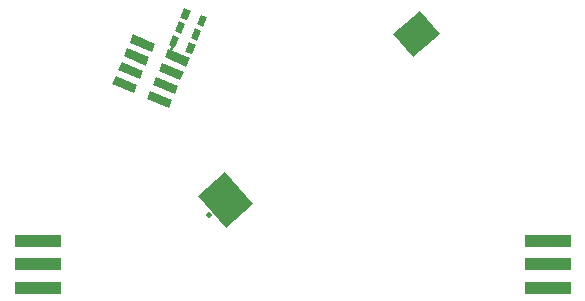
<source format=gbs>
G04 #@! TF.FileFunction,Soldermask,Bot*
%FSLAX46Y46*%
G04 Gerber Fmt 4.6, Leading zero omitted, Abs format (unit mm)*
G04 Created by KiCad (PCBNEW 4.0.0-rc2-stable) date 3/3/2016 3:06:40 PM*
%MOMM*%
G01*
G04 APERTURE LIST*
%ADD10C,0.150000*%
%ADD11R,4.000000X1.000000*%
%ADD12C,0.600000*%
%ADD13C,0.500000*%
G04 APERTURE END LIST*
D10*
D11*
X92246380Y-50192207D03*
X92246380Y-48192207D03*
X92246380Y-46192207D03*
D12*
X91246380Y-50192207D03*
X91246380Y-48192207D03*
X91246380Y-46192207D03*
D11*
X49020840Y-46192207D03*
X49020840Y-48192207D03*
X49020840Y-50192207D03*
D12*
X50020840Y-46192207D03*
X50020840Y-48192207D03*
X50020840Y-50192207D03*
D10*
G36*
X83070516Y-28686241D02*
X80808209Y-30656513D01*
X79100640Y-28695847D01*
X81362947Y-26725575D01*
X83070516Y-28686241D01*
X83070516Y-28686241D01*
G37*
G36*
X67261108Y-43117895D02*
X64998802Y-45088167D01*
X62634476Y-42373399D01*
X64896782Y-40403127D01*
X67261108Y-43117895D01*
X67261108Y-43117895D01*
G37*
D13*
X63514998Y-43993486D03*
D10*
G36*
X57129777Y-28722384D02*
X58970077Y-29505516D01*
X58672487Y-30204830D01*
X56832187Y-29421698D01*
X57129777Y-28722384D01*
X57129777Y-28722384D01*
G37*
G36*
X56632488Y-29890975D02*
X58472788Y-30674107D01*
X58175198Y-31373421D01*
X56334898Y-30590289D01*
X56632488Y-29890975D01*
X56632488Y-29890975D01*
G37*
G36*
X56135199Y-31059565D02*
X57975499Y-31842697D01*
X57677909Y-32542011D01*
X55837609Y-31758879D01*
X56135199Y-31059565D01*
X56135199Y-31059565D01*
G37*
G36*
X55637909Y-32228155D02*
X57478209Y-33011287D01*
X57180619Y-33710601D01*
X55340319Y-32927469D01*
X55637909Y-32228155D01*
X55637909Y-32228155D01*
G37*
G36*
X60074257Y-29975397D02*
X61914557Y-30758529D01*
X61616967Y-31457843D01*
X59776667Y-30674711D01*
X60074257Y-29975397D01*
X60074257Y-29975397D01*
G37*
G36*
X59576967Y-31143987D02*
X61417267Y-31927119D01*
X61119677Y-32626433D01*
X59279377Y-31843301D01*
X59576967Y-31143987D01*
X59576967Y-31143987D01*
G37*
G36*
X59079678Y-32312577D02*
X60919978Y-33095709D01*
X60622388Y-33795023D01*
X58782088Y-33011891D01*
X59079678Y-32312577D01*
X59079678Y-32312577D01*
G37*
G36*
X58578474Y-33490369D02*
X60418773Y-34273502D01*
X60129014Y-34954413D01*
X58288715Y-34171280D01*
X58578474Y-33490369D01*
X58578474Y-33490369D01*
G37*
G36*
X61857798Y-29359600D02*
X62409888Y-29594539D01*
X62057478Y-30422674D01*
X61505388Y-30187735D01*
X61857798Y-29359600D01*
X61857798Y-29359600D01*
G37*
G36*
X60477574Y-28772251D02*
X61029664Y-29007190D01*
X60677254Y-29835325D01*
X60125164Y-29600386D01*
X60477574Y-28772251D01*
X60477574Y-28772251D01*
G37*
G36*
X60967032Y-27622063D02*
X61519122Y-27857002D01*
X61166712Y-28685137D01*
X60614622Y-28450198D01*
X60967032Y-27622063D01*
X60967032Y-27622063D01*
G37*
G36*
X62347256Y-28209413D02*
X62899346Y-28444352D01*
X62546936Y-29272487D01*
X61994846Y-29037548D01*
X62347256Y-28209413D01*
X62347256Y-28209413D01*
G37*
G36*
X62836714Y-27059225D02*
X63388804Y-27294164D01*
X63036394Y-28122299D01*
X62484304Y-27887360D01*
X62836714Y-27059225D01*
X62836714Y-27059225D01*
G37*
G36*
X61456490Y-26471876D02*
X62008580Y-26706815D01*
X61656170Y-27534950D01*
X61104080Y-27300011D01*
X61456490Y-26471876D01*
X61456490Y-26471876D01*
G37*
G36*
X60453093Y-29468239D02*
X60637123Y-29546552D01*
X60284713Y-30374687D01*
X60100683Y-30296374D01*
X60453093Y-29468239D01*
X60453093Y-29468239D01*
G37*
M02*

</source>
